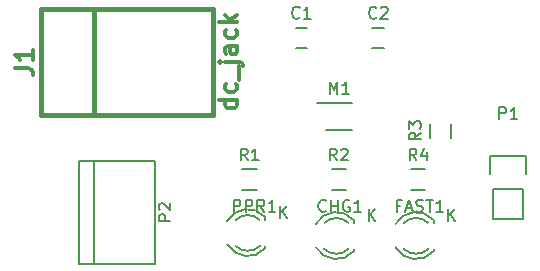
<source format=gbr>
G04 #@! TF.FileFunction,Legend,Top*
%FSLAX46Y46*%
G04 Gerber Fmt 4.6, Leading zero omitted, Abs format (unit mm)*
G04 Created by KiCad (PCBNEW 4.0.3-stable) date Tue Sep  6 15:13:03 2016*
%MOMM*%
%LPD*%
G01*
G04 APERTURE LIST*
%ADD10C,0.100000*%
%ADD11C,0.150000*%
%ADD12C,0.381000*%
%ADD13C,0.304800*%
G04 APERTURE END LIST*
D10*
D11*
X151362500Y-95262500D02*
X153512500Y-95262500D01*
X150537500Y-93012500D02*
X153512500Y-93012500D01*
X149750000Y-86650000D02*
X148750000Y-86650000D01*
X148750000Y-88350000D02*
X149750000Y-88350000D01*
X156250000Y-86650000D02*
X155250000Y-86650000D01*
X155250000Y-88350000D02*
X156250000Y-88350000D01*
X153699000Y-102936000D02*
X153699000Y-103136000D01*
X153699000Y-105530000D02*
X153699000Y-105350000D01*
X150471256Y-105219643D02*
G75*
G03X153699000Y-105536000I1727744J1003643D01*
G01*
X151146994Y-105349068D02*
G75*
G03X153250000Y-105350000I1052006J1133068D01*
G01*
X153686220Y-102909274D02*
G75*
G03X150449000Y-103256000I-1497220J-1306726D01*
G01*
X153212889Y-103136747D02*
G75*
G03X151165000Y-103156000I-1013889J-1079253D01*
G01*
X160449000Y-102936000D02*
X160449000Y-103136000D01*
X160449000Y-105530000D02*
X160449000Y-105350000D01*
X157221256Y-105219643D02*
G75*
G03X160449000Y-105536000I1727744J1003643D01*
G01*
X157896994Y-105349068D02*
G75*
G03X160000000Y-105350000I1052006J1133068D01*
G01*
X160436220Y-102909274D02*
G75*
G03X157199000Y-103256000I-1497220J-1306726D01*
G01*
X159962889Y-103136747D02*
G75*
G03X157915000Y-103156000I-1013889J-1079253D01*
G01*
D12*
X131702000Y-84999120D02*
X131702000Y-94000880D01*
X127201120Y-84999120D02*
X127201120Y-94000880D01*
X127201120Y-94000880D02*
X141801040Y-94000880D01*
X141801040Y-94000880D02*
X141801040Y-84999120D01*
X141801040Y-84999120D02*
X127201120Y-84999120D01*
D11*
X168020000Y-100270000D02*
X168020000Y-102810000D01*
X168300000Y-97450000D02*
X168300000Y-99000000D01*
X168020000Y-100270000D02*
X165480000Y-100270000D01*
X165200000Y-99000000D02*
X165200000Y-97450000D01*
X165200000Y-97450000D02*
X168300000Y-97450000D01*
X165480000Y-100270000D02*
X165480000Y-102810000D01*
X165480000Y-102810000D02*
X168020000Y-102810000D01*
X130432540Y-97899100D02*
X130432540Y-106599100D01*
X136837540Y-97899100D02*
X136837540Y-106599100D01*
X136837540Y-106599100D02*
X130432540Y-106599100D01*
X131662540Y-106599100D02*
X131662540Y-97899100D01*
X130432540Y-97899100D02*
X136837540Y-97899100D01*
X146199000Y-102686000D02*
X146199000Y-102886000D01*
X146199000Y-105280000D02*
X146199000Y-105100000D01*
X142971256Y-104969643D02*
G75*
G03X146199000Y-105286000I1727744J1003643D01*
G01*
X143646994Y-105099068D02*
G75*
G03X145750000Y-105100000I1052006J1133068D01*
G01*
X146186220Y-102659274D02*
G75*
G03X142949000Y-103006000I-1497220J-1306726D01*
G01*
X145712889Y-102886747D02*
G75*
G03X143665000Y-102906000I-1013889J-1079253D01*
G01*
X145450000Y-100375000D02*
X144250000Y-100375000D01*
X144250000Y-98625000D02*
X145450000Y-98625000D01*
X153000000Y-100375000D02*
X151800000Y-100375000D01*
X151800000Y-98625000D02*
X153000000Y-98625000D01*
X161875000Y-94750000D02*
X161875000Y-95950000D01*
X160125000Y-95950000D02*
X160125000Y-94750000D01*
X159749998Y-100375000D02*
X158549998Y-100375000D01*
X158549998Y-98625000D02*
X159749998Y-98625000D01*
X151627976Y-92202381D02*
X151627976Y-91202381D01*
X151961310Y-91916667D01*
X152294643Y-91202381D01*
X152294643Y-92202381D01*
X153294643Y-92202381D02*
X152723214Y-92202381D01*
X153008928Y-92202381D02*
X153008928Y-91202381D01*
X152913690Y-91345238D01*
X152818452Y-91440476D01*
X152723214Y-91488095D01*
X149083334Y-85757143D02*
X149035715Y-85804762D01*
X148892858Y-85852381D01*
X148797620Y-85852381D01*
X148654762Y-85804762D01*
X148559524Y-85709524D01*
X148511905Y-85614286D01*
X148464286Y-85423810D01*
X148464286Y-85280952D01*
X148511905Y-85090476D01*
X148559524Y-84995238D01*
X148654762Y-84900000D01*
X148797620Y-84852381D01*
X148892858Y-84852381D01*
X149035715Y-84900000D01*
X149083334Y-84947619D01*
X150035715Y-85852381D02*
X149464286Y-85852381D01*
X149750000Y-85852381D02*
X149750000Y-84852381D01*
X149654762Y-84995238D01*
X149559524Y-85090476D01*
X149464286Y-85138095D01*
X155583334Y-85757143D02*
X155535715Y-85804762D01*
X155392858Y-85852381D01*
X155297620Y-85852381D01*
X155154762Y-85804762D01*
X155059524Y-85709524D01*
X155011905Y-85614286D01*
X154964286Y-85423810D01*
X154964286Y-85280952D01*
X155011905Y-85090476D01*
X155059524Y-84995238D01*
X155154762Y-84900000D01*
X155297620Y-84852381D01*
X155392858Y-84852381D01*
X155535715Y-84900000D01*
X155583334Y-84947619D01*
X155964286Y-84947619D02*
X156011905Y-84900000D01*
X156107143Y-84852381D01*
X156345239Y-84852381D01*
X156440477Y-84900000D01*
X156488096Y-84947619D01*
X156535715Y-85042857D01*
X156535715Y-85138095D01*
X156488096Y-85280952D01*
X155916667Y-85852381D01*
X156535715Y-85852381D01*
X151309524Y-102107143D02*
X151261905Y-102154762D01*
X151119048Y-102202381D01*
X151023810Y-102202381D01*
X150880952Y-102154762D01*
X150785714Y-102059524D01*
X150738095Y-101964286D01*
X150690476Y-101773810D01*
X150690476Y-101630952D01*
X150738095Y-101440476D01*
X150785714Y-101345238D01*
X150880952Y-101250000D01*
X151023810Y-101202381D01*
X151119048Y-101202381D01*
X151261905Y-101250000D01*
X151309524Y-101297619D01*
X151738095Y-102202381D02*
X151738095Y-101202381D01*
X151738095Y-101678571D02*
X152309524Y-101678571D01*
X152309524Y-102202381D02*
X152309524Y-101202381D01*
X153309524Y-101250000D02*
X153214286Y-101202381D01*
X153071429Y-101202381D01*
X152928571Y-101250000D01*
X152833333Y-101345238D01*
X152785714Y-101440476D01*
X152738095Y-101630952D01*
X152738095Y-101773810D01*
X152785714Y-101964286D01*
X152833333Y-102059524D01*
X152928571Y-102154762D01*
X153071429Y-102202381D01*
X153166667Y-102202381D01*
X153309524Y-102154762D01*
X153357143Y-102107143D01*
X153357143Y-101773810D01*
X153166667Y-101773810D01*
X154309524Y-102202381D02*
X153738095Y-102202381D01*
X154023809Y-102202381D02*
X154023809Y-101202381D01*
X153928571Y-101345238D01*
X153833333Y-101440476D01*
X153738095Y-101488095D01*
X154928095Y-102962381D02*
X154928095Y-101962381D01*
X155499524Y-102962381D02*
X155070952Y-102390952D01*
X155499524Y-101962381D02*
X154928095Y-102533810D01*
X157630953Y-101678571D02*
X157297619Y-101678571D01*
X157297619Y-102202381D02*
X157297619Y-101202381D01*
X157773810Y-101202381D01*
X158107143Y-101916667D02*
X158583334Y-101916667D01*
X158011905Y-102202381D02*
X158345238Y-101202381D01*
X158678572Y-102202381D01*
X158964286Y-102154762D02*
X159107143Y-102202381D01*
X159345239Y-102202381D01*
X159440477Y-102154762D01*
X159488096Y-102107143D01*
X159535715Y-102011905D01*
X159535715Y-101916667D01*
X159488096Y-101821429D01*
X159440477Y-101773810D01*
X159345239Y-101726190D01*
X159154762Y-101678571D01*
X159059524Y-101630952D01*
X159011905Y-101583333D01*
X158964286Y-101488095D01*
X158964286Y-101392857D01*
X159011905Y-101297619D01*
X159059524Y-101250000D01*
X159154762Y-101202381D01*
X159392858Y-101202381D01*
X159535715Y-101250000D01*
X159821429Y-101202381D02*
X160392858Y-101202381D01*
X160107143Y-102202381D02*
X160107143Y-101202381D01*
X161250001Y-102202381D02*
X160678572Y-102202381D01*
X160964286Y-102202381D02*
X160964286Y-101202381D01*
X160869048Y-101345238D01*
X160773810Y-101440476D01*
X160678572Y-101488095D01*
X161678095Y-102962381D02*
X161678095Y-101962381D01*
X162249524Y-102962381D02*
X161820952Y-102390952D01*
X162249524Y-101962381D02*
X161678095Y-102533810D01*
D13*
X124967009Y-90008000D02*
X126055580Y-90008000D01*
X126273294Y-90080572D01*
X126418437Y-90225715D01*
X126491009Y-90443429D01*
X126491009Y-90588572D01*
X126491009Y-88484000D02*
X126491009Y-89354857D01*
X126491009Y-88919429D02*
X124967009Y-88919429D01*
X125184723Y-89064572D01*
X125329866Y-89209714D01*
X125402437Y-89354857D01*
X143790949Y-92729428D02*
X142266949Y-92729428D01*
X143718377Y-92729428D02*
X143790949Y-92874571D01*
X143790949Y-93164857D01*
X143718377Y-93309999D01*
X143645806Y-93382571D01*
X143500663Y-93455142D01*
X143065234Y-93455142D01*
X142920091Y-93382571D01*
X142847520Y-93309999D01*
X142774949Y-93164857D01*
X142774949Y-92874571D01*
X142847520Y-92729428D01*
X143718377Y-91350571D02*
X143790949Y-91495714D01*
X143790949Y-91786000D01*
X143718377Y-91931142D01*
X143645806Y-92003714D01*
X143500663Y-92076285D01*
X143065234Y-92076285D01*
X142920091Y-92003714D01*
X142847520Y-91931142D01*
X142774949Y-91786000D01*
X142774949Y-91495714D01*
X142847520Y-91350571D01*
X143936091Y-91060285D02*
X143936091Y-89899142D01*
X142774949Y-89536285D02*
X144081234Y-89536285D01*
X144226377Y-89608856D01*
X144298949Y-89753999D01*
X144298949Y-89826571D01*
X142266949Y-89536285D02*
X142339520Y-89608856D01*
X142412091Y-89536285D01*
X142339520Y-89463713D01*
X142266949Y-89536285D01*
X142412091Y-89536285D01*
X143790949Y-88157428D02*
X142992663Y-88157428D01*
X142847520Y-88229999D01*
X142774949Y-88375142D01*
X142774949Y-88665428D01*
X142847520Y-88810571D01*
X143718377Y-88157428D02*
X143790949Y-88302571D01*
X143790949Y-88665428D01*
X143718377Y-88810571D01*
X143573234Y-88883142D01*
X143428091Y-88883142D01*
X143282949Y-88810571D01*
X143210377Y-88665428D01*
X143210377Y-88302571D01*
X143137806Y-88157428D01*
X143718377Y-86778571D02*
X143790949Y-86923714D01*
X143790949Y-87214000D01*
X143718377Y-87359142D01*
X143645806Y-87431714D01*
X143500663Y-87504285D01*
X143065234Y-87504285D01*
X142920091Y-87431714D01*
X142847520Y-87359142D01*
X142774949Y-87214000D01*
X142774949Y-86923714D01*
X142847520Y-86778571D01*
X143790949Y-86125428D02*
X142266949Y-86125428D01*
X143210377Y-85980285D02*
X143790949Y-85544856D01*
X142774949Y-85544856D02*
X143355520Y-86125428D01*
D11*
X166011905Y-94352381D02*
X166011905Y-93352381D01*
X166392858Y-93352381D01*
X166488096Y-93400000D01*
X166535715Y-93447619D01*
X166583334Y-93542857D01*
X166583334Y-93685714D01*
X166535715Y-93780952D01*
X166488096Y-93828571D01*
X166392858Y-93876190D01*
X166011905Y-93876190D01*
X167535715Y-94352381D02*
X166964286Y-94352381D01*
X167250000Y-94352381D02*
X167250000Y-93352381D01*
X167154762Y-93495238D01*
X167059524Y-93590476D01*
X166964286Y-93638095D01*
X138152381Y-102988095D02*
X137152381Y-102988095D01*
X137152381Y-102607142D01*
X137200000Y-102511904D01*
X137247619Y-102464285D01*
X137342857Y-102416666D01*
X137485714Y-102416666D01*
X137580952Y-102464285D01*
X137628571Y-102511904D01*
X137676190Y-102607142D01*
X137676190Y-102988095D01*
X137247619Y-102035714D02*
X137200000Y-101988095D01*
X137152381Y-101892857D01*
X137152381Y-101654761D01*
X137200000Y-101559523D01*
X137247619Y-101511904D01*
X137342857Y-101464285D01*
X137438095Y-101464285D01*
X137580952Y-101511904D01*
X138152381Y-102083333D01*
X138152381Y-101464285D01*
X143511905Y-102202381D02*
X143511905Y-101202381D01*
X143892858Y-101202381D01*
X143988096Y-101250000D01*
X144035715Y-101297619D01*
X144083334Y-101392857D01*
X144083334Y-101535714D01*
X144035715Y-101630952D01*
X143988096Y-101678571D01*
X143892858Y-101726190D01*
X143511905Y-101726190D01*
X144511905Y-102202381D02*
X144511905Y-101202381D01*
X144892858Y-101202381D01*
X144988096Y-101250000D01*
X145035715Y-101297619D01*
X145083334Y-101392857D01*
X145083334Y-101535714D01*
X145035715Y-101630952D01*
X144988096Y-101678571D01*
X144892858Y-101726190D01*
X144511905Y-101726190D01*
X146083334Y-102202381D02*
X145750000Y-101726190D01*
X145511905Y-102202381D02*
X145511905Y-101202381D01*
X145892858Y-101202381D01*
X145988096Y-101250000D01*
X146035715Y-101297619D01*
X146083334Y-101392857D01*
X146083334Y-101535714D01*
X146035715Y-101630952D01*
X145988096Y-101678571D01*
X145892858Y-101726190D01*
X145511905Y-101726190D01*
X147035715Y-102202381D02*
X146464286Y-102202381D01*
X146750000Y-102202381D02*
X146750000Y-101202381D01*
X146654762Y-101345238D01*
X146559524Y-101440476D01*
X146464286Y-101488095D01*
X147428095Y-102712381D02*
X147428095Y-101712381D01*
X147999524Y-102712381D02*
X147570952Y-102140952D01*
X147999524Y-101712381D02*
X147428095Y-102283810D01*
X144683334Y-97852381D02*
X144350000Y-97376190D01*
X144111905Y-97852381D02*
X144111905Y-96852381D01*
X144492858Y-96852381D01*
X144588096Y-96900000D01*
X144635715Y-96947619D01*
X144683334Y-97042857D01*
X144683334Y-97185714D01*
X144635715Y-97280952D01*
X144588096Y-97328571D01*
X144492858Y-97376190D01*
X144111905Y-97376190D01*
X145635715Y-97852381D02*
X145064286Y-97852381D01*
X145350000Y-97852381D02*
X145350000Y-96852381D01*
X145254762Y-96995238D01*
X145159524Y-97090476D01*
X145064286Y-97138095D01*
X152233334Y-97852381D02*
X151900000Y-97376190D01*
X151661905Y-97852381D02*
X151661905Y-96852381D01*
X152042858Y-96852381D01*
X152138096Y-96900000D01*
X152185715Y-96947619D01*
X152233334Y-97042857D01*
X152233334Y-97185714D01*
X152185715Y-97280952D01*
X152138096Y-97328571D01*
X152042858Y-97376190D01*
X151661905Y-97376190D01*
X152614286Y-96947619D02*
X152661905Y-96900000D01*
X152757143Y-96852381D01*
X152995239Y-96852381D01*
X153090477Y-96900000D01*
X153138096Y-96947619D01*
X153185715Y-97042857D01*
X153185715Y-97138095D01*
X153138096Y-97280952D01*
X152566667Y-97852381D01*
X153185715Y-97852381D01*
X159352381Y-95516666D02*
X158876190Y-95850000D01*
X159352381Y-96088095D02*
X158352381Y-96088095D01*
X158352381Y-95707142D01*
X158400000Y-95611904D01*
X158447619Y-95564285D01*
X158542857Y-95516666D01*
X158685714Y-95516666D01*
X158780952Y-95564285D01*
X158828571Y-95611904D01*
X158876190Y-95707142D01*
X158876190Y-96088095D01*
X158352381Y-95183333D02*
X158352381Y-94564285D01*
X158733333Y-94897619D01*
X158733333Y-94754761D01*
X158780952Y-94659523D01*
X158828571Y-94611904D01*
X158923810Y-94564285D01*
X159161905Y-94564285D01*
X159257143Y-94611904D01*
X159304762Y-94659523D01*
X159352381Y-94754761D01*
X159352381Y-95040476D01*
X159304762Y-95135714D01*
X159257143Y-95183333D01*
X158983332Y-97852381D02*
X158649998Y-97376190D01*
X158411903Y-97852381D02*
X158411903Y-96852381D01*
X158792856Y-96852381D01*
X158888094Y-96900000D01*
X158935713Y-96947619D01*
X158983332Y-97042857D01*
X158983332Y-97185714D01*
X158935713Y-97280952D01*
X158888094Y-97328571D01*
X158792856Y-97376190D01*
X158411903Y-97376190D01*
X159840475Y-97185714D02*
X159840475Y-97852381D01*
X159602379Y-96804762D02*
X159364284Y-97519048D01*
X159983332Y-97519048D01*
M02*

</source>
